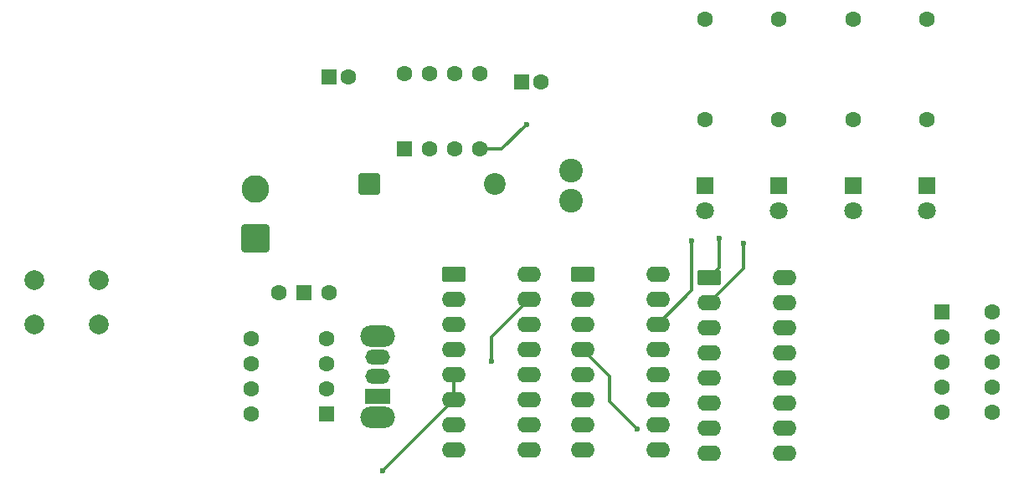
<source format=gbr>
%TF.GenerationSoftware,KiCad,Pcbnew,9.0.3*%
%TF.CreationDate,2025-12-16T09:59:01+01:00*%
%TF.ProjectId,PTP_Darijo_Matesic_Project1,5054505f-4461-4726-996a-6f5f4d617465,rev?*%
%TF.SameCoordinates,Original*%
%TF.FileFunction,Copper,L2,Bot*%
%TF.FilePolarity,Positive*%
%FSLAX46Y46*%
G04 Gerber Fmt 4.6, Leading zero omitted, Abs format (unit mm)*
G04 Created by KiCad (PCBNEW 9.0.3) date 2025-12-16 09:59:01*
%MOMM*%
%LPD*%
G01*
G04 APERTURE LIST*
G04 Aperture macros list*
%AMRoundRect*
0 Rectangle with rounded corners*
0 $1 Rounding radius*
0 $2 $3 $4 $5 $6 $7 $8 $9 X,Y pos of 4 corners*
0 Add a 4 corners polygon primitive as box body*
4,1,4,$2,$3,$4,$5,$6,$7,$8,$9,$2,$3,0*
0 Add four circle primitives for the rounded corners*
1,1,$1+$1,$2,$3*
1,1,$1+$1,$4,$5*
1,1,$1+$1,$6,$7*
1,1,$1+$1,$8,$9*
0 Add four rect primitives between the rounded corners*
20,1,$1+$1,$2,$3,$4,$5,0*
20,1,$1+$1,$4,$5,$6,$7,0*
20,1,$1+$1,$6,$7,$8,$9,0*
20,1,$1+$1,$8,$9,$2,$3,0*%
G04 Aperture macros list end*
%TA.AperFunction,ComponentPad*%
%ADD10O,2.400000X1.600000*%
%TD*%
%TA.AperFunction,ComponentPad*%
%ADD11RoundRect,0.250000X-0.950000X-0.550000X0.950000X-0.550000X0.950000X0.550000X-0.950000X0.550000X0*%
%TD*%
%TA.AperFunction,ComponentPad*%
%ADD12RoundRect,0.250001X1.149999X-1.149999X1.149999X1.149999X-1.149999X1.149999X-1.149999X-1.149999X0*%
%TD*%
%TA.AperFunction,ComponentPad*%
%ADD13C,2.800000*%
%TD*%
%TA.AperFunction,ComponentPad*%
%ADD14R,1.800000X1.800000*%
%TD*%
%TA.AperFunction,ComponentPad*%
%ADD15C,1.800000*%
%TD*%
%TA.AperFunction,ComponentPad*%
%ADD16RoundRect,0.250000X-0.550000X-0.550000X0.550000X-0.550000X0.550000X0.550000X-0.550000X0.550000X0*%
%TD*%
%TA.AperFunction,ComponentPad*%
%ADD17C,1.600000*%
%TD*%
%TA.AperFunction,ComponentPad*%
%ADD18RoundRect,0.250000X0.550000X-0.550000X0.550000X0.550000X-0.550000X0.550000X-0.550000X-0.550000X0*%
%TD*%
%TA.AperFunction,ComponentPad*%
%ADD19RoundRect,0.249999X-0.850001X-0.850001X0.850001X-0.850001X0.850001X0.850001X-0.850001X0.850001X0*%
%TD*%
%TA.AperFunction,ComponentPad*%
%ADD20C,2.200000*%
%TD*%
%TA.AperFunction,ComponentPad*%
%ADD21C,2.000000*%
%TD*%
%TA.AperFunction,ComponentPad*%
%ADD22O,3.500000X2.200000*%
%TD*%
%TA.AperFunction,ComponentPad*%
%ADD23R,2.500000X1.500000*%
%TD*%
%TA.AperFunction,ComponentPad*%
%ADD24O,2.500000X1.500000*%
%TD*%
%TA.AperFunction,ComponentPad*%
%ADD25R,1.600000X1.600000*%
%TD*%
%TA.AperFunction,ComponentPad*%
%ADD26RoundRect,0.250000X0.550000X0.550000X-0.550000X0.550000X-0.550000X-0.550000X0.550000X-0.550000X0*%
%TD*%
%TA.AperFunction,ComponentPad*%
%ADD27C,2.400000*%
%TD*%
%TA.AperFunction,ComponentPad*%
%ADD28R,1.500000X1.500000*%
%TD*%
%TA.AperFunction,ViaPad*%
%ADD29C,0.600000*%
%TD*%
%TA.AperFunction,Conductor*%
%ADD30C,0.300000*%
%TD*%
G04 APERTURE END LIST*
D10*
%TO.P,U4,16,VDD*%
%TO.N,+5V*%
X123810000Y-51110000D03*
%TO.P,U4,15,Q*%
%TO.N,Q1*%
X123810000Y-53650000D03*
%TO.P,U4,14,~{Q}*%
%TO.N,unconnected-(U4B-~{Q}-Pad14)*%
X123810000Y-56190000D03*
%TO.P,U4,13,C*%
%TO.N,Q0*%
X123810000Y-58730000D03*
%TO.P,U4,12,R*%
%TO.N,RESET*%
X123810000Y-61270000D03*
%TO.P,U4,11,K*%
%TO.N,Net-(U4B-J)*%
X123810000Y-63810000D03*
%TO.P,U4,10,J*%
X123810000Y-66350000D03*
%TO.P,U4,9,S*%
%TO.N,GND*%
X123810000Y-68890000D03*
%TO.P,U4,8,VSS*%
X116190000Y-68890000D03*
%TO.P,U4,7,S*%
X116190000Y-66350000D03*
%TO.P,U4,6,J*%
%TO.N,Net-(U4A-J)*%
X116190000Y-63810000D03*
%TO.P,U4,5,K*%
X116190000Y-61270000D03*
%TO.P,U4,4,R*%
%TO.N,RESET*%
X116190000Y-58730000D03*
%TO.P,U4,3,C*%
%TO.N,CLOCK*%
X116190000Y-56190000D03*
%TO.P,U4,2,~{Q}*%
%TO.N,unconnected-(U4A-~{Q}-Pad2)*%
X116190000Y-53650000D03*
D11*
%TO.P,U4,1,Q*%
%TO.N,Q0*%
X116190000Y-51110000D03*
%TD*%
D12*
%TO.P,J1,1,Pin_1*%
%TO.N,GND*%
X96117500Y-47500000D03*
D13*
%TO.P,J1,2,Pin_2*%
%TO.N,VDD*%
X96117500Y-42500000D03*
%TD*%
D14*
%TO.P,D5,1,K*%
%TO.N,Net-(D5-K)*%
X141590000Y-42125000D03*
D15*
%TO.P,D5,2,A*%
%TO.N,Q3*%
X141590000Y-44665000D03*
%TD*%
D16*
%TO.P,C2,1*%
%TO.N,VDD*%
X123000000Y-31665000D03*
D17*
%TO.P,C2,2*%
%TO.N,GND*%
X125000000Y-31665000D03*
%TD*%
D18*
%TO.P,U1,1,FB*%
%TO.N,+5V*%
X111190000Y-38470000D03*
D17*
%TO.P,U1,2,SGND*%
%TO.N,GND*%
X113730000Y-38470000D03*
%TO.P,U1,3,~{ON}/OFF*%
X116270000Y-38470000D03*
%TO.P,U1,4,PGND*%
X118810000Y-38470000D03*
%TO.P,U1,5,VIN*%
%TO.N,VDD*%
X118810000Y-30850000D03*
%TO.P,U1,6,NC*%
%TO.N,unconnected-(U1-NC-Pad6)*%
X116270000Y-30850000D03*
%TO.P,U1,7,OUT*%
%TO.N,Net-(D1-K)*%
X113730000Y-30850000D03*
%TO.P,U1,8,NC*%
%TO.N,unconnected-(U1-NC-Pad8)*%
X111190000Y-30850000D03*
%TD*%
%TO.P,R6,1*%
%TO.N,Net-(D3-K)*%
X156560000Y-35450000D03*
%TO.P,R6,2*%
%TO.N,GND*%
X156560000Y-25290000D03*
%TD*%
D19*
%TO.P,D1,1,K*%
%TO.N,Net-(D1-K)*%
X107650000Y-42000000D03*
D20*
%TO.P,D1,2,A*%
%TO.N,GND*%
X120350000Y-42000000D03*
%TD*%
D14*
%TO.P,D3,1,K*%
%TO.N,Net-(D3-K)*%
X156530000Y-42125000D03*
D15*
%TO.P,D3,2,A*%
%TO.N,Q1*%
X156530000Y-44665000D03*
%TD*%
D17*
%TO.P,R7,1*%
%TO.N,Net-(D4-K)*%
X149060000Y-35450000D03*
%TO.P,R7,2*%
%TO.N,GND*%
X149060000Y-25290000D03*
%TD*%
%TO.P,R8,1*%
%TO.N,Net-(D5-K)*%
X141560000Y-35450000D03*
%TO.P,R8,2*%
%TO.N,GND*%
X141560000Y-25290000D03*
%TD*%
D21*
%TO.P,SW1,1,1*%
%TO.N,GND*%
X73750000Y-51750000D03*
X80250000Y-51750000D03*
%TO.P,SW1,2,2*%
%TO.N,Net-(R4-Pad1)*%
X73750000Y-56250000D03*
X80250000Y-56250000D03*
%TD*%
D22*
%TO.P,U3,*%
%TO.N,*%
X108500000Y-65600000D03*
X108500000Y-57400000D03*
D23*
%TO.P,U3,1,A*%
%TO.N,Q1*%
X108500000Y-63500000D03*
D24*
%TO.P,U3,2,GND*%
%TO.N,GND*%
X108500000Y-61500000D03*
%TO.P,U3,3,B*%
%TO.N,Q3*%
X108500000Y-59500000D03*
%TD*%
D25*
%TO.P,U7,1,CA*%
%TO.N,+5V*%
X165532500Y-54982500D03*
D17*
%TO.P,U7,2,F*%
%TO.N,Net-(U7-F)*%
X165532500Y-57522500D03*
%TO.P,U7,3,G*%
%TO.N,Net-(U7-G)*%
X165532500Y-60062500D03*
%TO.P,U7,4,E*%
%TO.N,Net-(U7-E)*%
X165532500Y-62602500D03*
%TO.P,U7,5,D*%
%TO.N,Net-(U7-D)*%
X165532500Y-65142500D03*
%TO.P,U7,6,CA*%
%TO.N,+5V*%
X170612500Y-65142500D03*
%TO.P,U7,7,DP*%
%TO.N,unconnected-(U7-DP-Pad7)*%
X170612500Y-62602500D03*
%TO.P,U7,8,C*%
%TO.N,Net-(U7-C)*%
X170612500Y-60062500D03*
%TO.P,U7,9,B*%
%TO.N,Net-(U7-B)*%
X170612500Y-57522500D03*
%TO.P,U7,10,A*%
%TO.N,Net-(U7-A)*%
X170612500Y-54982500D03*
%TD*%
D16*
%TO.P,C1,1*%
%TO.N,+5V*%
X103544888Y-31165000D03*
D17*
%TO.P,C1,2*%
%TO.N,GND*%
X105544888Y-31165000D03*
%TD*%
D26*
%TO.P,U2,1,GND*%
%TO.N,GND*%
X103305000Y-65310000D03*
D17*
%TO.P,U2,2,TR*%
%TO.N,Net-(U2-THR)*%
X103305000Y-62770000D03*
%TO.P,U2,3,Q*%
%TO.N,555*%
X103305000Y-60230000D03*
%TO.P,U2,4,R*%
%TO.N,+5V*%
X103305000Y-57690000D03*
%TO.P,U2,5,CV*%
%TO.N,unconnected-(U2-CV-Pad5)*%
X95685000Y-57690000D03*
%TO.P,U2,6,THR*%
%TO.N,Net-(U2-THR)*%
X95685000Y-60230000D03*
%TO.P,U2,7,DIS*%
%TO.N,Net-(U2-DIS)*%
X95685000Y-62770000D03*
%TO.P,U2,8,VCC*%
%TO.N,+5V*%
X95685000Y-65310000D03*
%TD*%
D14*
%TO.P,D4,1,K*%
%TO.N,Net-(D4-K)*%
X149060000Y-42125000D03*
D15*
%TO.P,D4,2,A*%
%TO.N,Q2*%
X149060000Y-44665000D03*
%TD*%
D27*
%TO.P,L1,1,1*%
%TO.N,Net-(D1-K)*%
X128000000Y-43665000D03*
%TO.P,L1,2,2*%
%TO.N,+5V*%
X128000000Y-40665000D03*
%TD*%
D14*
%TO.P,D2,1,K*%
%TO.N,Net-(D2-K)*%
X164000000Y-42125000D03*
D15*
%TO.P,D2,2,A*%
%TO.N,Q0*%
X164000000Y-44665000D03*
%TD*%
D11*
%TO.P,U6,1,B*%
%TO.N,Q1*%
X142000000Y-51460000D03*
D10*
%TO.P,U6,2,C*%
%TO.N,Q2*%
X142000000Y-54000000D03*
%TO.P,U6,3,LT*%
%TO.N,Net-(U6-BI)*%
X142000000Y-56540000D03*
%TO.P,U6,4,BI*%
X142000000Y-59080000D03*
%TO.P,U6,5,RBI*%
X142000000Y-61620000D03*
%TO.P,U6,6,D*%
%TO.N,Q3*%
X142000000Y-64160000D03*
%TO.P,U6,7,A*%
%TO.N,Q0*%
X142000000Y-66700000D03*
%TO.P,U6,8,GND*%
%TO.N,GND*%
X142000000Y-69240000D03*
%TO.P,U6,9,e*%
%TO.N,Net-(U6-e)*%
X149620000Y-69240000D03*
%TO.P,U6,10,d*%
%TO.N,Net-(U6-d)*%
X149620000Y-66700000D03*
%TO.P,U6,11,c*%
%TO.N,Net-(U6-c)*%
X149620000Y-64160000D03*
%TO.P,U6,12,b*%
%TO.N,Net-(U6-b)*%
X149620000Y-61620000D03*
%TO.P,U6,13,a*%
%TO.N,Net-(U6-a)*%
X149620000Y-59080000D03*
%TO.P,U6,14,g*%
%TO.N,Net-(U6-g)*%
X149620000Y-56540000D03*
%TO.P,U6,15,f*%
%TO.N,Net-(U6-f)*%
X149620000Y-54000000D03*
%TO.P,U6,16,VCC*%
%TO.N,+5V*%
X149620000Y-51460000D03*
%TD*%
D11*
%TO.P,U5,1,Q*%
%TO.N,Q2*%
X129190000Y-51110000D03*
D10*
%TO.P,U5,2,~{Q}*%
%TO.N,unconnected-(U5A-~{Q}-Pad2)*%
X129190000Y-53650000D03*
%TO.P,U5,3,C*%
%TO.N,Q1*%
X129190000Y-56190000D03*
%TO.P,U5,4,R*%
%TO.N,RESET*%
X129190000Y-58730000D03*
%TO.P,U5,5,K*%
%TO.N,Net-(U5A-J)*%
X129190000Y-61270000D03*
%TO.P,U5,6,J*%
X129190000Y-63810000D03*
%TO.P,U5,7,S*%
%TO.N,GND*%
X129190000Y-66350000D03*
%TO.P,U5,8,VSS*%
X129190000Y-68890000D03*
%TO.P,U5,9,S*%
%TO.N,RESET*%
X136810000Y-68890000D03*
%TO.P,U5,10,J*%
%TO.N,Net-(U5B-J)*%
X136810000Y-66350000D03*
%TO.P,U5,11,K*%
X136810000Y-63810000D03*
%TO.P,U5,12,R*%
%TO.N,GND*%
X136810000Y-61270000D03*
%TO.P,U5,13,C*%
%TO.N,Q2*%
X136810000Y-58730000D03*
%TO.P,U5,14,~{Q}*%
%TO.N,Q3*%
X136810000Y-56190000D03*
%TO.P,U5,15,Q*%
%TO.N,unconnected-(U5B-Q-Pad15)*%
X136810000Y-53650000D03*
%TO.P,U5,16,VDD*%
%TO.N,+5V*%
X136810000Y-51110000D03*
%TD*%
D17*
%TO.P,R5,1*%
%TO.N,Net-(D2-K)*%
X164000000Y-35450000D03*
%TO.P,R5,2*%
%TO.N,GND*%
X164000000Y-25290000D03*
%TD*%
D28*
%TO.P,SW2,1,B*%
%TO.N,CLOCK*%
X101040000Y-53000000D03*
D17*
%TO.P,SW2,2,C*%
%TO.N,555*%
X103580000Y-53000000D03*
%TO.P,SW2,3,A*%
%TO.N,Net-(SW2-A)*%
X98500000Y-53000000D03*
%TD*%
D29*
%TO.N,GND*%
X123500000Y-36000000D03*
%TO.N,Q1*%
X143000000Y-47500000D03*
%TO.N,Q2*%
X145500000Y-48000000D03*
%TO.N,Q3*%
X140250000Y-47750000D03*
%TO.N,RESET*%
X134710000Y-66790000D03*
%TO.N,Q1*%
X119981000Y-59981000D03*
%TO.N,Net-(U4A-J)*%
X109000000Y-71000000D03*
%TD*%
D30*
%TO.N,RESET*%
X131960000Y-61500000D02*
X129190000Y-58730000D01*
X131960000Y-64040000D02*
X131960000Y-61500000D01*
X134710000Y-66790000D02*
X131960000Y-64040000D01*
%TO.N,GND*%
X123500000Y-36000000D02*
X121030000Y-38470000D01*
X121030000Y-38470000D02*
X118810000Y-38470000D01*
%TO.N,Q1*%
X143000000Y-50460000D02*
X142000000Y-51460000D01*
X143000000Y-47500000D02*
X143000000Y-50460000D01*
%TO.N,Q2*%
X145500000Y-50500000D02*
X142000000Y-54000000D01*
X145500000Y-48000000D02*
X145500000Y-50500000D01*
%TO.N,Q3*%
X140250000Y-52750000D02*
X136810000Y-56190000D01*
X140250000Y-47750000D02*
X140250000Y-52750000D01*
%TO.N,Q1*%
X119981000Y-59981000D02*
X119981000Y-57479000D01*
X119981000Y-57479000D02*
X123810000Y-53650000D01*
%TO.N,Net-(U4A-J)*%
X109000000Y-71000000D02*
X116190000Y-63810000D01*
X116190000Y-63810000D02*
X116190000Y-61270000D01*
%TD*%
M02*

</source>
